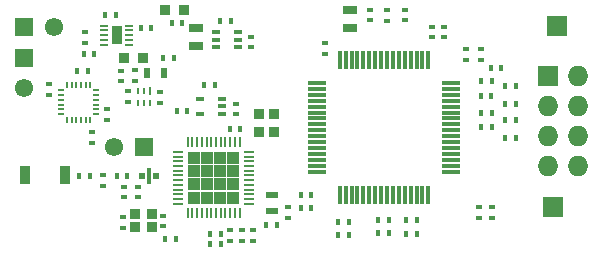
<source format=gts>
G04 #@! TF.FileFunction,Soldermask,Top*
%FSLAX46Y46*%
G04 Gerber Fmt 4.6, Leading zero omitted, Abs format (unit mm)*
G04 Created by KiCad (PCBNEW 4.0.6) date 09/21/17 14:57:10*
%MOMM*%
%LPD*%
G01*
G04 APERTURE LIST*
%ADD10C,0.150000*%
%ADD11R,0.530000X0.230000*%
%ADD12R,0.580000X0.230000*%
%ADD13R,0.230000X0.530000*%
%ADD14R,0.230000X0.580000*%
%ADD15R,0.680000X0.430000*%
%ADD16R,0.629440X0.428780*%
%ADD17R,0.428780X0.629440*%
%ADD18R,1.173000X0.665000*%
%ADD19R,1.554000X1.554000*%
%ADD20C,1.554000*%
%ADD21R,0.830000X0.830000*%
%ADD22R,0.330000X0.730000*%
%ADD23R,0.630000X0.630000*%
%ADD24R,1.730000X1.730000*%
%ADD25R,1.530000X0.330000*%
%ADD26R,0.330000X1.530000*%
%ADD27R,0.930000X0.830000*%
%ADD28R,0.830000X1.630000*%
%ADD29O,1.730000X1.730000*%
%ADD30R,0.830000X0.230000*%
%ADD31R,0.230000X0.830000*%
%ADD32R,1.142500X1.142500*%
%ADD33R,1.130000X0.630000*%
%ADD34R,0.730000X0.270000*%
%ADD35R,0.930000X1.530000*%
%ADD36R,0.280000X0.730000*%
%ADD37R,0.280000X0.630000*%
%ADD38R,0.530000X0.930000*%
G04 APERTURE END LIST*
D10*
D11*
X273412500Y-122477500D03*
D12*
X273412500Y-122077500D03*
X273412500Y-121677500D03*
X273412500Y-121277500D03*
X273412500Y-120877500D03*
D11*
X273412500Y-120477500D03*
D13*
X272912500Y-119977500D03*
D14*
X272512500Y-119977500D03*
X272112500Y-119977500D03*
X271712500Y-119977500D03*
X271312500Y-119977500D03*
D13*
X270912500Y-119977500D03*
D11*
X270412500Y-120477500D03*
D12*
X270412500Y-120877500D03*
X270412500Y-121277500D03*
X270412500Y-121677500D03*
X270412500Y-122077500D03*
D11*
X270412500Y-122477500D03*
D13*
X270912500Y-122977500D03*
D14*
X271312500Y-122977500D03*
X271712500Y-122977500D03*
X272112500Y-122977500D03*
X272512500Y-122977500D03*
D13*
X272912500Y-122977500D03*
D15*
X284050000Y-122470000D03*
X284050000Y-121170000D03*
X284050000Y-121820000D03*
X282150000Y-121170000D03*
X282150000Y-122470000D03*
D16*
X284760000Y-132310420D03*
X284760000Y-133209580D03*
D17*
X285619580Y-123780000D03*
X284720420Y-123780000D03*
D16*
X298035000Y-113680420D03*
X298035000Y-114579580D03*
X286507500Y-116822080D03*
X286507500Y-115922920D03*
D17*
X283907920Y-114572500D03*
X284807080Y-114572500D03*
D18*
X281857500Y-115210500D03*
X281857500Y-116734500D03*
D15*
X285407500Y-116822500D03*
X285407500Y-115522500D03*
X283507500Y-116172500D03*
X285407500Y-116172500D03*
X283507500Y-115522500D03*
X283507500Y-116822500D03*
X285407500Y-116822500D03*
X285407500Y-115522500D03*
X283507500Y-116172500D03*
X285407500Y-116172500D03*
X283507500Y-115522500D03*
X283507500Y-116822500D03*
D18*
X281857500Y-115210500D03*
X281857500Y-116734500D03*
D17*
X283907920Y-114572500D03*
X284807080Y-114572500D03*
D16*
X286507500Y-116822080D03*
X286507500Y-115922920D03*
X285220000Y-122499580D03*
X285220000Y-121600420D03*
D17*
X281109580Y-122180000D03*
X280210420Y-122180000D03*
X282560420Y-120000000D03*
X283459580Y-120000000D03*
D16*
X286660000Y-132310420D03*
X286660000Y-133209580D03*
D19*
X267250000Y-117710000D03*
D20*
X267250000Y-120250000D03*
D16*
X276062500Y-120542920D03*
X276062500Y-121442080D03*
X275522500Y-118822920D03*
X275522500Y-119722080D03*
X278802500Y-120642920D03*
X278802500Y-121542080D03*
X276692500Y-119682080D03*
X276692500Y-118782920D03*
D17*
X278079580Y-115180000D03*
X277180420Y-115180000D03*
D16*
X272475000Y-116434580D03*
X272475000Y-115535420D03*
D17*
X279969580Y-117730000D03*
X279070420Y-117730000D03*
X272345420Y-117355000D03*
X273244580Y-117355000D03*
X279800420Y-114760000D03*
X280699580Y-114760000D03*
D21*
X280800000Y-113710000D03*
X279200000Y-113710000D03*
X277380000Y-117740000D03*
X275780000Y-117740000D03*
X287210000Y-122435000D03*
X287210000Y-124035000D03*
D17*
X283035420Y-132610000D03*
X283934580Y-132610000D03*
X283929580Y-133500000D03*
X283030420Y-133500000D03*
D16*
X285710000Y-133209580D03*
X285710000Y-132310420D03*
X274310000Y-122085420D03*
X274310000Y-122984580D03*
X273040000Y-124899580D03*
X273040000Y-124000420D03*
X269410000Y-120859580D03*
X269410000Y-119960420D03*
D17*
X271792920Y-118837500D03*
X272692080Y-118837500D03*
D22*
X277860000Y-127373500D03*
D23*
X278472500Y-127700000D03*
X277247500Y-127700000D03*
D22*
X277860000Y-128062500D03*
D16*
X276950000Y-129529580D03*
X276950000Y-128630420D03*
D17*
X279250420Y-133090000D03*
X280149580Y-133090000D03*
X308025420Y-121630000D03*
X308924580Y-121630000D03*
X308025420Y-124470000D03*
X308924580Y-124470000D03*
X308015420Y-123000000D03*
X308914580Y-123000000D03*
X308025420Y-120075000D03*
X308924580Y-120075000D03*
D24*
X312375000Y-115000000D03*
D18*
X294875000Y-115212000D03*
X294875000Y-113688000D03*
D19*
X277430000Y-125235000D03*
D20*
X274890000Y-125235000D03*
D16*
X302850000Y-115075420D03*
X302850000Y-115974580D03*
D25*
X303475000Y-127350000D03*
X303475000Y-126850000D03*
X303475000Y-126350000D03*
X303475000Y-125850000D03*
X303475000Y-125350000D03*
X303475000Y-124850000D03*
X303475000Y-124350000D03*
X303475000Y-123850000D03*
X303475000Y-123350000D03*
X303475000Y-122850000D03*
X303475000Y-122350000D03*
X303475000Y-121850000D03*
X303475000Y-121350000D03*
X303475000Y-120850000D03*
X303475000Y-120350000D03*
X303475000Y-119850000D03*
D26*
X301525000Y-117900000D03*
X301025000Y-117900000D03*
X300525000Y-117900000D03*
X300025000Y-117900000D03*
X299525000Y-117900000D03*
X299025000Y-117900000D03*
X298525000Y-117900000D03*
X298025000Y-117900000D03*
X297525000Y-117900000D03*
X297025000Y-117900000D03*
X296525000Y-117900000D03*
X296025000Y-117900000D03*
X295525000Y-117900000D03*
X295025000Y-117900000D03*
X294525000Y-117900000D03*
X294025000Y-117900000D03*
D25*
X292075000Y-119850000D03*
X292075000Y-120350000D03*
X292075000Y-120850000D03*
X292075000Y-121350000D03*
X292075000Y-121850000D03*
X292075000Y-122350000D03*
X292075000Y-122850000D03*
X292075000Y-123350000D03*
X292075000Y-123850000D03*
X292075000Y-124350000D03*
X292075000Y-124850000D03*
X292075000Y-125350000D03*
X292075000Y-125850000D03*
X292075000Y-126350000D03*
X292075000Y-126850000D03*
X292075000Y-127350000D03*
D26*
X294025000Y-129300000D03*
X294525000Y-129300000D03*
X295025000Y-129300000D03*
X295525000Y-129300000D03*
X296025000Y-129300000D03*
X296525000Y-129300000D03*
X297025000Y-129300000D03*
X297525000Y-129300000D03*
X298025000Y-129300000D03*
X298525000Y-129300000D03*
X299025000Y-129300000D03*
X299525000Y-129300000D03*
X300025000Y-129300000D03*
X300525000Y-129300000D03*
X301025000Y-129300000D03*
X301525000Y-129300000D03*
D17*
X293875420Y-131650000D03*
X294774580Y-131650000D03*
X293875420Y-132700000D03*
X294774580Y-132700000D03*
D16*
X296575000Y-114549580D03*
X296575000Y-113650420D03*
X301800000Y-115075420D03*
X301800000Y-115974580D03*
D17*
X290725420Y-129375000D03*
X291624580Y-129375000D03*
X306800420Y-118575000D03*
X307699580Y-118575000D03*
X291624580Y-130450000D03*
X290725420Y-130450000D03*
X297275420Y-132550000D03*
X298174580Y-132550000D03*
X297275420Y-131425000D03*
X298174580Y-131425000D03*
X300524580Y-132600000D03*
X299625420Y-132600000D03*
D16*
X292750000Y-116475420D03*
X292750000Y-117374580D03*
D17*
X300524580Y-131425000D03*
X299625420Y-131425000D03*
D16*
X299550000Y-113650420D03*
X299550000Y-114549580D03*
X305975000Y-117000420D03*
X305975000Y-117899580D03*
X304750000Y-117000420D03*
X304750000Y-117899580D03*
D17*
X275079580Y-114120000D03*
X274180420Y-114120000D03*
D16*
X305850000Y-131249580D03*
X305850000Y-130350420D03*
X306950000Y-131249580D03*
X306950000Y-130350420D03*
D17*
X305975420Y-119700000D03*
X306874580Y-119700000D03*
X305950420Y-120950000D03*
X306849580Y-120950000D03*
X305975420Y-122390000D03*
X306874580Y-122390000D03*
X305975420Y-123610000D03*
X306874580Y-123610000D03*
D21*
X288435000Y-122435000D03*
X288435000Y-124035000D03*
D19*
X267260000Y-115080000D03*
D20*
X269800000Y-115080000D03*
D27*
X276700000Y-130950000D03*
X278100000Y-130950000D03*
X276700000Y-132050000D03*
X278100000Y-132050000D03*
D17*
X287810420Y-131910000D03*
X288709580Y-131910000D03*
D16*
X275700000Y-131200420D03*
X275700000Y-132099580D03*
X279100000Y-131999580D03*
X279100000Y-131100420D03*
X275760000Y-129529580D03*
X275760000Y-128630420D03*
X289660000Y-130360420D03*
X289660000Y-131259580D03*
D28*
X270745000Y-127673000D03*
X267345000Y-127673000D03*
D17*
X272849580Y-127700000D03*
X271950420Y-127700000D03*
D16*
X274000000Y-127650420D03*
X274000000Y-128549580D03*
D17*
X276049580Y-127700000D03*
X275150420Y-127700000D03*
D24*
X312115000Y-130350000D03*
X311655000Y-119240000D03*
D29*
X314195000Y-119240000D03*
X311655000Y-121780000D03*
X314195000Y-121780000D03*
X311655000Y-124320000D03*
X314195000Y-124320000D03*
X311655000Y-126860000D03*
X314195000Y-126860000D03*
D30*
X286350000Y-130080000D03*
X286350000Y-129680000D03*
X286350000Y-129280000D03*
X286350000Y-128880000D03*
X286350000Y-128480000D03*
X286350000Y-128080000D03*
X286350000Y-127680000D03*
X286350000Y-127280000D03*
X286350000Y-126880000D03*
X286350000Y-126480000D03*
X286350000Y-126080000D03*
X286350000Y-125680000D03*
D31*
X285550000Y-124880000D03*
X285150000Y-124880000D03*
X284750000Y-124880000D03*
X284350000Y-124880000D03*
X283950000Y-124880000D03*
X283550000Y-124880000D03*
X283150000Y-124880000D03*
X282750000Y-124880000D03*
X282350000Y-124880000D03*
X281950000Y-124880000D03*
X281550000Y-124880000D03*
X281150000Y-124880000D03*
D30*
X280350000Y-125680000D03*
X280350000Y-126080000D03*
X280350000Y-126480000D03*
X280350000Y-126880000D03*
X280350000Y-127280000D03*
X280350000Y-127680000D03*
X280350000Y-128080000D03*
X280350000Y-128480000D03*
X280350000Y-128880000D03*
X280350000Y-129280000D03*
X280350000Y-129680000D03*
X280350000Y-130080000D03*
D31*
X281150000Y-130880000D03*
X281550000Y-130880000D03*
X281950000Y-130880000D03*
X282350000Y-130880000D03*
X282750000Y-130880000D03*
X283150000Y-130880000D03*
X283550000Y-130880000D03*
X283950000Y-130880000D03*
X284350000Y-130880000D03*
X284750000Y-130880000D03*
X285150000Y-130880000D03*
X285550000Y-130880000D03*
D32*
X281681250Y-126211250D03*
X281681250Y-127323750D03*
X281681250Y-128436250D03*
X281681250Y-129548750D03*
X282793750Y-126211250D03*
X282793750Y-127323750D03*
X282793750Y-128436250D03*
X282793750Y-129548750D03*
X283906250Y-126211250D03*
X283906250Y-127323750D03*
X283906250Y-128436250D03*
X283906250Y-129548750D03*
X285018750Y-126211250D03*
X285018750Y-127323750D03*
X285018750Y-128436250D03*
X285018750Y-129548750D03*
D33*
X288260000Y-129310000D03*
X288260000Y-130710000D03*
D34*
X274075000Y-115005000D03*
X274075000Y-115405000D03*
X274075000Y-115805000D03*
X274075000Y-116205000D03*
X274075000Y-116605000D03*
X276175000Y-116605000D03*
X276175000Y-116205000D03*
X276175000Y-115805000D03*
X276175000Y-115405000D03*
X276175000Y-115005000D03*
D35*
X275125000Y-115805000D03*
D36*
X277952500Y-120552500D03*
D37*
X277452500Y-120552500D03*
X276952500Y-120552500D03*
X276952500Y-121552500D03*
X277452500Y-121552500D03*
X277952500Y-121552500D03*
D38*
X277672500Y-119022500D03*
X279172500Y-119022500D03*
M02*

</source>
